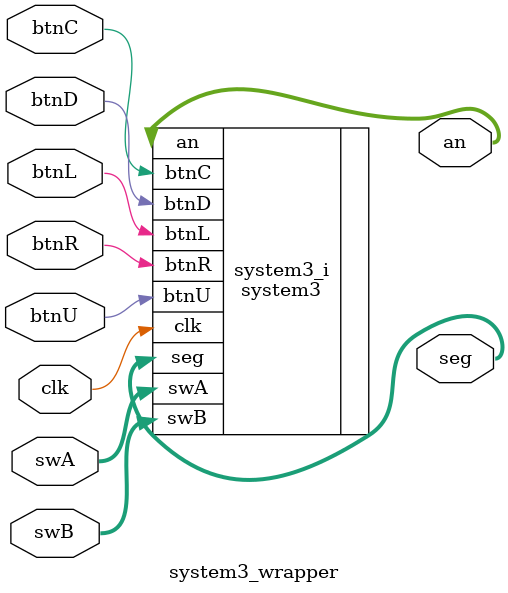
<source format=v>
`timescale 1 ps / 1 ps

module system3_wrapper
   (an,
    btnC,
    btnD,
    btnL,
    btnR,
    btnU,
    clk,
    seg,
    swA,
    swB);
  output [3:0]an;
  input btnC;
  input btnD;
  input btnL;
  input btnR;
  input btnU;
  input clk;
  output [6:0]seg;
  input [3:0]swA;
  input [3:0]swB;

  wire [3:0]an;
  wire btnC;
  wire btnD;
  wire btnL;
  wire btnR;
  wire btnU;
  wire clk;
  wire [6:0]seg;
  wire [3:0]swA;
  wire [3:0]swB;

  system3 system3_i
       (.an(an),
        .btnC(btnC),
        .btnD(btnD),
        .btnL(btnL),
        .btnR(btnR),
        .btnU(btnU),
        .clk(clk),
        .seg(seg),
        .swA(swA),
        .swB(swB));
endmodule

</source>
